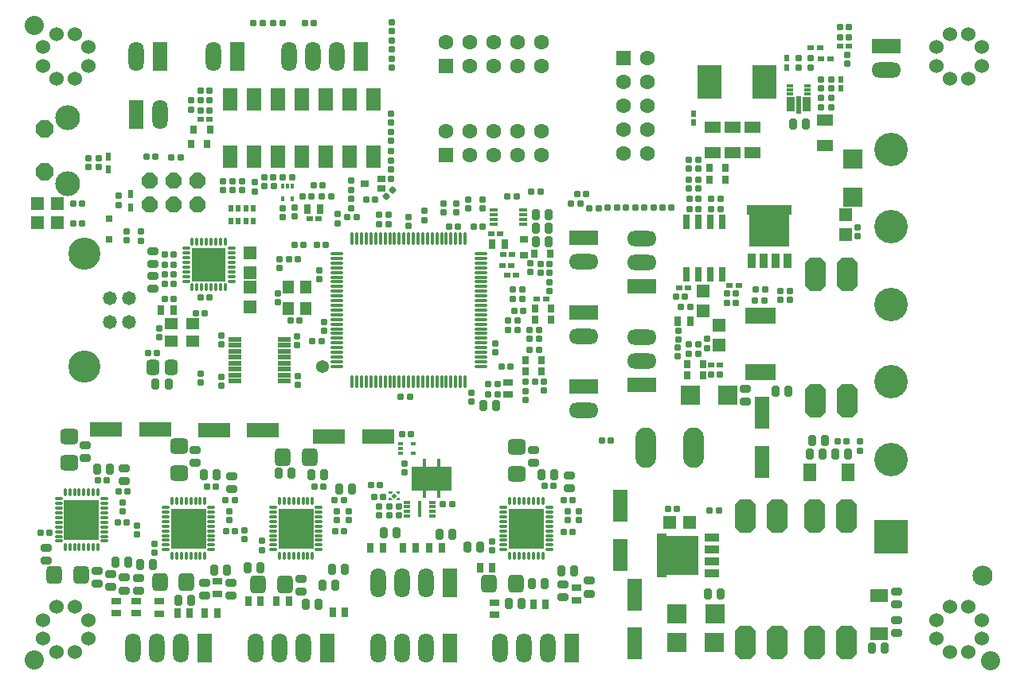
<source format=gts>
G04*
G04 #@! TF.GenerationSoftware,Altium Limited,Altium Designer,21.0.8 (223)*
G04*
G04 Layer_Color=8388736*
%FSLAX25Y25*%
%MOIN*%
G70*
G04*
G04 #@! TF.SameCoordinates,56364332-CB73-463B-918C-44576425AB2C*
G04*
G04*
G04 #@! TF.FilePolarity,Negative*
G04*
G01*
G75*
%ADD19C,0.03000*%
%ADD102C,0.06306*%
%ADD103R,0.04600X0.01300*%
%ADD104R,0.05300X0.01700*%
%ADD105R,0.16800X0.10400*%
%ADD106R,0.07093X0.04731*%
%ADD107R,0.02565X0.02368*%
%ADD108R,0.02368X0.02565*%
%ADD109R,0.09900X0.13900*%
G04:AMPARAMS|DCode=110|XSize=26mil|YSize=28mil|CornerRadius=6.4mil|HoleSize=0mil|Usage=FLASHONLY|Rotation=90.000|XOffset=0mil|YOffset=0mil|HoleType=Round|Shape=RoundedRectangle|*
%AMROUNDEDRECTD110*
21,1,0.02600,0.01520,0,0,90.0*
21,1,0.01320,0.02800,0,0,90.0*
1,1,0.01280,0.00760,0.00660*
1,1,0.01280,0.00760,-0.00660*
1,1,0.01280,-0.00760,-0.00660*
1,1,0.01280,-0.00760,0.00660*
%
%ADD110ROUNDEDRECTD110*%
%ADD111R,0.01968X0.07205*%
%ADD112R,0.03543X0.06181*%
%ADD113R,0.02756X0.01457*%
G04:AMPARAMS|DCode=114|XSize=33.13mil|YSize=43.37mil|CornerRadius=7.83mil|HoleSize=0mil|Usage=FLASHONLY|Rotation=0.000|XOffset=0mil|YOffset=0mil|HoleType=Round|Shape=RoundedRectangle|*
%AMROUNDEDRECTD114*
21,1,0.03313,0.02772,0,0,0.0*
21,1,0.01748,0.04337,0,0,0.0*
1,1,0.01565,0.00874,-0.01386*
1,1,0.01565,-0.00874,-0.01386*
1,1,0.01565,-0.00874,0.01386*
1,1,0.01565,0.00874,0.01386*
%
%ADD114ROUNDEDRECTD114*%
%ADD115R,0.03038X0.03865*%
G04:AMPARAMS|DCode=116|XSize=26mil|YSize=28mil|CornerRadius=6.4mil|HoleSize=0mil|Usage=FLASHONLY|Rotation=180.000|XOffset=0mil|YOffset=0mil|HoleType=Round|Shape=RoundedRectangle|*
%AMROUNDEDRECTD116*
21,1,0.02600,0.01520,0,0,180.0*
21,1,0.01320,0.02800,0,0,180.0*
1,1,0.01280,-0.00660,0.00760*
1,1,0.01280,0.00660,0.00760*
1,1,0.01280,0.00660,-0.00760*
1,1,0.01280,-0.00660,-0.00760*
%
%ADD116ROUNDEDRECTD116*%
%ADD117R,0.03200X0.06000*%
%ADD118R,0.06000X0.03200*%
G04:AMPARAMS|DCode=119|XSize=26mil|YSize=28mil|CornerRadius=6.4mil|HoleSize=0mil|Usage=FLASHONLY|Rotation=225.000|XOffset=0mil|YOffset=0mil|HoleType=Round|Shape=RoundedRectangle|*
%AMROUNDEDRECTD119*
21,1,0.02600,0.01520,0,0,225.0*
21,1,0.01320,0.02800,0,0,225.0*
1,1,0.01280,-0.01004,0.00071*
1,1,0.01280,-0.00071,0.01004*
1,1,0.01280,0.01004,-0.00071*
1,1,0.01280,0.00071,-0.01004*
%
%ADD119ROUNDEDRECTD119*%
%ADD120R,0.06306X0.09573*%
%ADD121R,0.03550X0.01565*%
%ADD122R,0.05833X0.07487*%
%ADD123R,0.02400X0.03200*%
%ADD124R,0.05400X0.01900*%
%ADD125R,0.08300X0.08300*%
G04:AMPARAMS|DCode=126|XSize=80mil|YSize=80mil|CornerRadius=40mil|HoleSize=0mil|Usage=FLASHONLY|Rotation=0.000|XOffset=0mil|YOffset=0mil|HoleType=Round|Shape=RoundedRectangle|*
%AMROUNDEDRECTD126*
21,1,0.08000,0.00000,0,0,0.0*
21,1,0.00000,0.08000,0,0,0.0*
1,1,0.08000,0.00000,0.00000*
1,1,0.08000,0.00000,0.00000*
1,1,0.08000,0.00000,0.00000*
1,1,0.08000,0.00000,0.00000*
%
%ADD126ROUNDEDRECTD126*%
%ADD127R,0.13000X0.06700*%
G04:AMPARAMS|DCode=128|XSize=56mil|YSize=64mil|CornerRadius=15mil|HoleSize=0mil|Usage=FLASHONLY|Rotation=180.000|XOffset=0mil|YOffset=0mil|HoleType=Round|Shape=RoundedRectangle|*
%AMROUNDEDRECTD128*
21,1,0.05600,0.03400,0,0,180.0*
21,1,0.02600,0.06400,0,0,180.0*
1,1,0.03000,-0.01300,0.01700*
1,1,0.03000,0.01300,0.01700*
1,1,0.03000,0.01300,-0.01700*
1,1,0.03000,-0.01300,-0.01700*
%
%ADD128ROUNDEDRECTD128*%
%ADD129R,0.05600X0.04600*%
%ADD130R,0.02400X0.03000*%
G04:AMPARAMS|DCode=131|XSize=33.13mil|YSize=43.37mil|CornerRadius=7.83mil|HoleSize=0mil|Usage=FLASHONLY|Rotation=90.000|XOffset=0mil|YOffset=0mil|HoleType=Round|Shape=RoundedRectangle|*
%AMROUNDEDRECTD131*
21,1,0.03313,0.02772,0,0,90.0*
21,1,0.01748,0.04337,0,0,90.0*
1,1,0.01565,0.01386,0.00874*
1,1,0.01565,0.01386,-0.00874*
1,1,0.01565,-0.01386,-0.00874*
1,1,0.01565,-0.01386,0.00874*
%
%ADD131ROUNDEDRECTD131*%
%ADD132O,0.01384X0.05518*%
%ADD133O,0.05518X0.01384*%
%ADD134R,0.02800X0.02800*%
%ADD135C,0.06000*%
G04:AMPARAMS|DCode=136|XSize=67mil|YSize=75mil|CornerRadius=17.75mil|HoleSize=0mil|Usage=FLASHONLY|Rotation=90.000|XOffset=0mil|YOffset=0mil|HoleType=Round|Shape=RoundedRectangle|*
%AMROUNDEDRECTD136*
21,1,0.06700,0.03950,0,0,90.0*
21,1,0.03150,0.07500,0,0,90.0*
1,1,0.03550,0.01975,0.01575*
1,1,0.03550,0.01975,-0.01575*
1,1,0.03550,-0.01975,-0.01575*
1,1,0.03550,-0.01975,0.01575*
%
%ADD136ROUNDEDRECTD136*%
%ADD137R,0.13786X0.05912*%
%ADD138R,0.02800X0.06400*%
%ADD139R,0.05200X0.05200*%
G04:AMPARAMS|DCode=140|XSize=54mil|YSize=54mil|CornerRadius=27mil|HoleSize=0mil|Usage=FLASHONLY|Rotation=270.000|XOffset=0mil|YOffset=0mil|HoleType=Round|Shape=RoundedRectangle|*
%AMROUNDEDRECTD140*
21,1,0.05400,0.00000,0,0,270.0*
21,1,0.00000,0.05400,0,0,270.0*
1,1,0.05400,0.00000,0.00000*
1,1,0.05400,0.00000,0.00000*
1,1,0.05400,0.00000,0.00000*
1,1,0.05400,0.00000,0.00000*
%
%ADD140ROUNDEDRECTD140*%
%ADD141R,0.14573X0.16542*%
%ADD142O,0.01384X0.03747*%
%ADD143O,0.03747X0.01384*%
G04:AMPARAMS|DCode=144|XSize=14.96mil|YSize=35.43mil|CornerRadius=6.38mil|HoleSize=0mil|Usage=FLASHONLY|Rotation=180.000|XOffset=0mil|YOffset=0mil|HoleType=Round|Shape=RoundedRectangle|*
%AMROUNDEDRECTD144*
21,1,0.01496,0.02268,0,0,180.0*
21,1,0.00221,0.03543,0,0,180.0*
1,1,0.01276,-0.00110,0.01134*
1,1,0.01276,0.00110,0.01134*
1,1,0.01276,0.00110,-0.01134*
1,1,0.01276,-0.00110,-0.01134*
%
%ADD144ROUNDEDRECTD144*%
G04:AMPARAMS|DCode=145|XSize=14.96mil|YSize=35.43mil|CornerRadius=6.38mil|HoleSize=0mil|Usage=FLASHONLY|Rotation=270.000|XOffset=0mil|YOffset=0mil|HoleType=Round|Shape=RoundedRectangle|*
%AMROUNDEDRECTD145*
21,1,0.01496,0.02268,0,0,270.0*
21,1,0.00221,0.03543,0,0,270.0*
1,1,0.01276,-0.01134,-0.00110*
1,1,0.01276,-0.01134,0.00110*
1,1,0.01276,0.01134,0.00110*
1,1,0.01276,0.01134,-0.00110*
%
%ADD145ROUNDEDRECTD145*%
%ADD146R,0.14100X0.14100*%
%ADD147R,0.02762X0.03550*%
%ADD148R,0.03550X0.02565*%
%ADD149R,0.02565X0.01384*%
%ADD150R,0.01187X0.06699*%
%ADD151R,0.02172X0.01581*%
%ADD152R,0.08471X0.08471*%
%ADD153O,0.01502X0.03550*%
%ADD154O,0.03550X0.01502*%
%ADD155P,0.02132X4X180.0*%
%ADD156R,0.01581X0.02172*%
%ADD157R,0.03865X0.03038*%
%ADD158R,0.05912X0.13786*%
G04:AMPARAMS|DCode=159|XSize=67mil|YSize=75mil|CornerRadius=17.75mil|HoleSize=0mil|Usage=FLASHONLY|Rotation=180.000|XOffset=0mil|YOffset=0mil|HoleType=Round|Shape=RoundedRectangle|*
%AMROUNDEDRECTD159*
21,1,0.06700,0.03950,0,0,180.0*
21,1,0.03150,0.07500,0,0,180.0*
1,1,0.03550,-0.01575,0.01975*
1,1,0.03550,0.01575,0.01975*
1,1,0.03550,0.01575,-0.01975*
1,1,0.03550,-0.01575,-0.01975*
%
%ADD159ROUNDEDRECTD159*%
%ADD160R,0.05200X0.05200*%
%ADD161R,0.03550X0.02762*%
%ADD162R,0.08300X0.08300*%
%ADD163R,0.04600X0.05600*%
%ADD164R,0.07487X0.05833*%
%ADD165R,0.06306X0.06306*%
%ADD166C,0.06306*%
%ADD167O,0.08650X0.16900*%
%ADD168R,0.06306X0.06306*%
G04:AMPARAMS|DCode=169|XSize=137mil|YSize=87mil|CornerRadius=0mil|HoleSize=0mil|Usage=FLASHONLY|Rotation=270.000|XOffset=0mil|YOffset=0mil|HoleType=Round|Shape=Octagon|*
%AMOCTAGOND169*
4,1,8,-0.02175,-0.06850,0.02175,-0.06850,0.04350,-0.04675,0.04350,0.04675,0.02175,0.06850,-0.02175,0.06850,-0.04350,0.04675,-0.04350,-0.04675,-0.02175,-0.06850,0.0*
%
%ADD169OCTAGOND169*%

%ADD170P,0.07144X8X22.5*%
%ADD171C,0.05800*%
%ADD172C,0.13450*%
%ADD173P,0.08010X8X292.5*%
%ADD174C,0.10400*%
%ADD175R,0.12400X0.06400*%
%ADD176O,0.12400X0.06400*%
%ADD177R,0.06400X0.12400*%
%ADD178O,0.06400X0.12400*%
%ADD179O,0.13998X0.14000*%
%ADD180R,0.13998X0.14000*%
%ADD181C,0.08400*%
G36*
X323523Y193438D02*
X322539D01*
Y180052D01*
X306003D01*
Y193438D01*
X305019D01*
Y197473D01*
X323523D01*
Y193438D01*
D02*
G37*
G36*
X159724Y76476D02*
X158701D01*
X158110Y77067D01*
Y77500D01*
X159724D01*
Y76476D01*
D02*
G37*
G36*
X156457Y77067D02*
X155866Y76476D01*
X154842D01*
Y77500D01*
X156457D01*
Y77067D01*
D02*
G37*
G36*
X159724Y73878D02*
X158110D01*
Y74311D01*
X158701Y74902D01*
X159724D01*
Y73878D01*
D02*
G37*
G36*
X156457Y74311D02*
Y73878D01*
X154842D01*
Y74902D01*
X155866D01*
X156457Y74311D01*
D02*
G37*
G36*
X271156Y59013D02*
X284542D01*
Y42478D01*
X271156D01*
Y41494D01*
X267121D01*
Y59998D01*
X271156D01*
Y59013D01*
D02*
G37*
G54D19*
X318271Y182853D02*
D03*
Y186853D02*
D03*
Y190853D02*
D03*
Y194853D02*
D03*
X310271D02*
D03*
Y190853D02*
D03*
Y186853D02*
D03*
Y182853D02*
D03*
X314271D02*
D03*
Y186853D02*
D03*
Y194853D02*
D03*
Y190853D02*
D03*
X281740Y54746D02*
D03*
X277741D02*
D03*
X273741D02*
D03*
X269741D02*
D03*
Y46746D02*
D03*
X273741D02*
D03*
X277741D02*
D03*
X281740D02*
D03*
Y50746D02*
D03*
X277741D02*
D03*
X269741D02*
D03*
X273741D02*
D03*
X208227Y68480D02*
D03*
X216888Y55487D02*
D03*
X212558D02*
D03*
X208227D02*
D03*
X216888Y59818D02*
D03*
X212558D02*
D03*
X208227D02*
D03*
X216888Y64149D02*
D03*
X212558D02*
D03*
X208227D02*
D03*
X216888Y68480D02*
D03*
X212558D02*
D03*
X79658Y172578D02*
D03*
Y176318D02*
D03*
X75889Y176354D02*
D03*
X75937Y172578D02*
D03*
X75917Y168739D02*
D03*
X79658Y168838D02*
D03*
X83398D02*
D03*
Y172578D02*
D03*
Y176318D02*
D03*
X26420Y72079D02*
D03*
X30750D02*
D03*
X22089Y67749D02*
D03*
X26420D02*
D03*
X30750D02*
D03*
X22089Y63418D02*
D03*
X26420D02*
D03*
X30750D02*
D03*
X22089Y59087D02*
D03*
X26420D02*
D03*
X30750D02*
D03*
X22089Y72079D02*
D03*
X71157Y68480D02*
D03*
X75488D02*
D03*
X66827Y64149D02*
D03*
X71157D02*
D03*
X75488D02*
D03*
X66827Y59818D02*
D03*
X71157D02*
D03*
X75488D02*
D03*
X66827Y55487D02*
D03*
X71157D02*
D03*
X75488D02*
D03*
X66827Y68480D02*
D03*
X116157D02*
D03*
X120488D02*
D03*
X111827Y64149D02*
D03*
X116157D02*
D03*
X120488D02*
D03*
X111827Y59818D02*
D03*
X116157D02*
D03*
X120488D02*
D03*
X111827Y55487D02*
D03*
X116157D02*
D03*
X120488D02*
D03*
X111827Y68480D02*
D03*
G54D102*
X263326Y259149D02*
D03*
Y249149D02*
D03*
Y239149D02*
D03*
Y229149D02*
D03*
Y219149D02*
D03*
G54D103*
X111070Y141332D02*
D03*
X111070Y138832D02*
D03*
X111070Y136332D02*
D03*
X111070Y133832D02*
D03*
X111070Y131332D02*
D03*
X111070Y128832D02*
D03*
Y126332D02*
D03*
X111070Y123832D02*
D03*
X90670D02*
D03*
X90670Y126332D02*
D03*
Y128832D02*
D03*
X90670Y131332D02*
D03*
X90670Y133832D02*
D03*
Y136332D02*
D03*
X90670Y138832D02*
D03*
X90670Y141332D02*
D03*
G54D104*
X111120Y141332D02*
D03*
X111120Y138832D02*
D03*
X111120Y136332D02*
D03*
X111120Y133832D02*
D03*
X111120Y131332D02*
D03*
X111120Y128832D02*
D03*
X111120Y126332D02*
D03*
X111120Y123832D02*
D03*
X90620Y123832D02*
D03*
X90620Y126332D02*
D03*
Y128832D02*
D03*
X90620Y131332D02*
D03*
X90620Y133832D02*
D03*
Y136332D02*
D03*
X90620Y138832D02*
D03*
Y141332D02*
D03*
G54D105*
X172933Y82967D02*
D03*
G54D106*
X337565Y233190D02*
D03*
Y222560D02*
D03*
X290665Y230090D02*
D03*
Y219460D02*
D03*
X298865Y230090D02*
D03*
Y219460D02*
D03*
X307265Y230090D02*
D03*
Y219460D02*
D03*
G54D107*
X339789Y258736D02*
D03*
X336019D02*
D03*
X335492Y263402D02*
D03*
X331722D02*
D03*
X197832Y185681D02*
D03*
X201572D02*
D03*
X202661Y172129D02*
D03*
X206432D02*
D03*
X202888Y176794D02*
D03*
X206658D02*
D03*
X293727Y130678D02*
D03*
X289957D02*
D03*
X220846Y158071D02*
D03*
X217076D02*
D03*
X204512Y168192D02*
D03*
X208282D02*
D03*
X80053Y233403D02*
D03*
X76313D02*
D03*
X121987Y192032D02*
D03*
X125728D02*
D03*
X297713Y163903D02*
D03*
X301483D02*
D03*
X280353Y162803D02*
D03*
X276613D02*
D03*
X347697Y264213D02*
D03*
X343957D02*
D03*
G54D108*
X282576Y236035D02*
D03*
Y232265D02*
D03*
X321465Y255329D02*
D03*
Y259099D02*
D03*
X344165Y250345D02*
D03*
Y246575D02*
D03*
G54D109*
X289365Y249224D02*
D03*
X312365D02*
D03*
G54D110*
X340165Y246575D02*
D03*
Y250365D02*
D03*
X331622Y259082D02*
D03*
Y255292D02*
D03*
X335965Y250365D02*
D03*
Y246575D02*
D03*
X326665Y259082D02*
D03*
Y255292D02*
D03*
X335965Y238675D02*
D03*
Y242465D02*
D03*
X340165Y238675D02*
D03*
Y242465D02*
D03*
X194118Y199964D02*
D03*
Y196175D02*
D03*
X93683Y207573D02*
D03*
Y203833D02*
D03*
X89583Y207573D02*
D03*
Y203833D02*
D03*
X159153Y67421D02*
D03*
Y71161D02*
D03*
X155118Y67421D02*
D03*
Y71161D02*
D03*
X151083Y67421D02*
D03*
Y71161D02*
D03*
X115650Y192776D02*
D03*
Y196516D02*
D03*
X276181Y141280D02*
D03*
Y145020D02*
D03*
X43758Y72848D02*
D03*
Y69108D02*
D03*
X84925Y142818D02*
D03*
Y139078D02*
D03*
X116717Y142660D02*
D03*
Y138920D02*
D03*
X116815Y122143D02*
D03*
Y125883D02*
D03*
X85024Y121854D02*
D03*
Y125594D02*
D03*
X101957Y53008D02*
D03*
Y56748D02*
D03*
X45110Y182708D02*
D03*
Y186448D02*
D03*
X108458Y160648D02*
D03*
Y156908D02*
D03*
X56858Y51908D02*
D03*
Y55648D02*
D03*
X169961Y191319D02*
D03*
Y195059D02*
D03*
X88358Y69148D02*
D03*
Y65408D02*
D03*
X133358Y69248D02*
D03*
Y65508D02*
D03*
X156265Y262846D02*
D03*
Y266586D02*
D03*
X284510Y216683D02*
D03*
Y212943D02*
D03*
X198357Y52808D02*
D03*
Y56548D02*
D03*
X229857Y69248D02*
D03*
Y65508D02*
D03*
X189606Y118780D02*
D03*
Y115040D02*
D03*
X58957Y142208D02*
D03*
Y145948D02*
D03*
X109291Y171201D02*
D03*
Y174941D02*
D03*
X126060Y170139D02*
D03*
Y166399D02*
D03*
X199657Y135735D02*
D03*
Y139475D02*
D03*
X29357Y217248D02*
D03*
Y213508D02*
D03*
X352383Y98403D02*
D03*
Y94613D02*
D03*
X99083Y207103D02*
D03*
Y203313D02*
D03*
X85583Y207603D02*
D03*
Y203813D02*
D03*
X51110Y182679D02*
D03*
Y186469D02*
D03*
X72183Y237703D02*
D03*
Y241493D02*
D03*
X347087Y260561D02*
D03*
Y256772D02*
D03*
X163268Y192569D02*
D03*
Y188779D02*
D03*
X76183Y123203D02*
D03*
Y126993D02*
D03*
X351383Y188303D02*
D03*
Y184513D02*
D03*
X41955Y201389D02*
D03*
Y197599D02*
D03*
X33457Y213478D02*
D03*
Y217268D02*
D03*
X280510Y212913D02*
D03*
Y216702D02*
D03*
X150787Y189635D02*
D03*
Y193425D02*
D03*
X280461Y204462D02*
D03*
Y208252D02*
D03*
X284561D02*
D03*
Y204462D02*
D03*
X110728Y196191D02*
D03*
Y192402D02*
D03*
X234658Y69278D02*
D03*
Y65488D02*
D03*
X49558Y63178D02*
D03*
Y59388D02*
D03*
X138157Y69278D02*
D03*
Y65488D02*
D03*
X94458Y61178D02*
D03*
Y57388D02*
D03*
X177957Y198178D02*
D03*
Y194388D02*
D03*
X183403Y198278D02*
D03*
Y194488D02*
D03*
X188119Y199932D02*
D03*
Y196142D02*
D03*
X154823Y189635D02*
D03*
Y193425D02*
D03*
X318983Y157803D02*
D03*
Y161593D02*
D03*
X323083Y157803D02*
D03*
Y161593D02*
D03*
X288357Y137678D02*
D03*
Y141468D02*
D03*
X156024Y216328D02*
D03*
Y220118D02*
D03*
Y235916D02*
D03*
Y232126D02*
D03*
X156102Y228239D02*
D03*
Y224449D02*
D03*
X139409Y200128D02*
D03*
Y196339D02*
D03*
Y207805D02*
D03*
Y204016D02*
D03*
X133543Y193790D02*
D03*
Y190000D02*
D03*
X156260Y258869D02*
D03*
Y255079D02*
D03*
X156181Y270580D02*
D03*
Y274370D02*
D03*
X218057Y145178D02*
D03*
Y141388D02*
D03*
X213958Y145178D02*
D03*
Y141388D02*
D03*
X212357Y115778D02*
D03*
Y119568D02*
D03*
X214357Y169378D02*
D03*
Y173168D02*
D03*
X275925Y134163D02*
D03*
Y137953D02*
D03*
X222220Y161525D02*
D03*
Y165315D02*
D03*
X219921Y123632D02*
D03*
Y119843D02*
D03*
X127855Y144714D02*
D03*
Y148504D02*
D03*
X156004Y208631D02*
D03*
Y212421D02*
D03*
X161713Y85403D02*
D03*
Y89193D02*
D03*
G54D111*
X326565Y239474D02*
D03*
G54D112*
X323218Y239927D02*
D03*
X329911D02*
D03*
G54D113*
X330305Y244061D02*
D03*
Y245832D02*
D03*
Y247604D02*
D03*
X322825D02*
D03*
Y245832D02*
D03*
Y244061D02*
D03*
G54D114*
X329642Y231475D02*
D03*
X324288D02*
D03*
X221895Y182278D02*
D03*
X216541D02*
D03*
X222008Y193504D02*
D03*
X216653D02*
D03*
X221895Y187828D02*
D03*
X216541D02*
D03*
X57430Y122678D02*
D03*
X62785D02*
D03*
X288580Y34378D02*
D03*
X293935D02*
D03*
X214880Y38878D02*
D03*
X220235D02*
D03*
X193335Y54278D02*
D03*
X187980D02*
D03*
X210635Y30678D02*
D03*
X205280D02*
D03*
X224235Y84478D02*
D03*
X218880D02*
D03*
X227280Y44078D02*
D03*
X232635D02*
D03*
X96080Y45478D02*
D03*
X101435D02*
D03*
X127180Y38178D02*
D03*
X132535D02*
D03*
X108780Y85078D02*
D03*
X114135D02*
D03*
X158287Y60138D02*
D03*
X152933D02*
D03*
X181635Y59678D02*
D03*
X176280D02*
D03*
X134180Y78678D02*
D03*
X139535D02*
D03*
X122580Y84378D02*
D03*
X127935D02*
D03*
X136635Y44778D02*
D03*
X131280D02*
D03*
X77680Y84378D02*
D03*
X83035D02*
D03*
X87435Y44678D02*
D03*
X82080D02*
D03*
X72435Y31978D02*
D03*
X67080D02*
D03*
X56360Y46903D02*
D03*
X51006D02*
D03*
X120280Y30178D02*
D03*
X125635D02*
D03*
X332131Y98928D02*
D03*
X337485D02*
D03*
X331380Y93178D02*
D03*
X336735D02*
D03*
X342080D02*
D03*
X347435D02*
D03*
X322435Y119678D02*
D03*
X317080D02*
D03*
X33080Y86878D02*
D03*
X38435D02*
D03*
X46035Y47878D02*
D03*
X40680D02*
D03*
X199823Y113386D02*
D03*
X194468D02*
D03*
X362735Y11778D02*
D03*
X357380D02*
D03*
G54D115*
X203445Y181220D02*
D03*
X198209D02*
D03*
X64976Y153478D02*
D03*
X59739D02*
D03*
X275925Y148819D02*
D03*
X281161D02*
D03*
X215439Y30278D02*
D03*
X220676D02*
D03*
X171939Y53778D02*
D03*
X177176D02*
D03*
X161039D02*
D03*
X166276D02*
D03*
X147339D02*
D03*
X152576D02*
D03*
X126276Y196032D02*
D03*
X121039D02*
D03*
X113201Y31403D02*
D03*
X107965D02*
D03*
X198376Y45578D02*
D03*
X193139D02*
D03*
X66465Y26603D02*
D03*
X71701D02*
D03*
X78065Y26503D02*
D03*
X83301D02*
D03*
X96165Y31403D02*
D03*
X101401D02*
D03*
X131465Y27003D02*
D03*
X136701D02*
D03*
G54D116*
X208508Y201279D02*
D03*
X204718D02*
D03*
X214724Y203189D02*
D03*
X218514D02*
D03*
X103013Y209303D02*
D03*
X106753D02*
D03*
X177756Y72342D02*
D03*
X181496D02*
D03*
X160630Y101378D02*
D03*
X164370D02*
D03*
X149016Y75197D02*
D03*
X152756D02*
D03*
X98364Y273828D02*
D03*
X102104D02*
D03*
X53588Y217928D02*
D03*
X57328D02*
D03*
X45428Y64578D02*
D03*
X41688D02*
D03*
X9206Y60302D02*
D03*
X12946D02*
D03*
X36928Y82278D02*
D03*
X33187D02*
D03*
X41987Y77378D02*
D03*
X45728D02*
D03*
X312106Y157677D02*
D03*
X308366D02*
D03*
X232028Y60578D02*
D03*
X228288D02*
D03*
X65027Y158078D02*
D03*
X61287D02*
D03*
X223927Y79778D02*
D03*
X220187D02*
D03*
X136427Y60978D02*
D03*
X132687D02*
D03*
X90527Y60778D02*
D03*
X86787D02*
D03*
X117620Y149098D02*
D03*
X113880D02*
D03*
X127628Y79678D02*
D03*
X123888D02*
D03*
X82528D02*
D03*
X78787D02*
D03*
X258169Y196378D02*
D03*
X254429D02*
D03*
X228187Y73878D02*
D03*
X231927D02*
D03*
X132387D02*
D03*
X136127D02*
D03*
X86725Y73778D02*
D03*
X90465D02*
D03*
X244187Y98778D02*
D03*
X247927D02*
D03*
X65027Y176878D02*
D03*
X61287D02*
D03*
X65027Y164478D02*
D03*
X61287D02*
D03*
X79893Y158757D02*
D03*
X76153D02*
D03*
X74287Y152278D02*
D03*
X78027D02*
D03*
X54287Y135578D02*
D03*
X58027D02*
D03*
X160039Y117126D02*
D03*
X163779D02*
D03*
X207087Y162078D02*
D03*
X210827D02*
D03*
X117058Y174865D02*
D03*
X113268D02*
D03*
X151408Y80118D02*
D03*
X147618D02*
D03*
X106783Y205403D02*
D03*
X102993D02*
D03*
X26683Y198078D02*
D03*
X22893D02*
D03*
X67883Y217503D02*
D03*
X64093D02*
D03*
X347758Y267923D02*
D03*
X343968D02*
D03*
X76283Y245503D02*
D03*
X80072D02*
D03*
X76283Y241403D02*
D03*
X80072D02*
D03*
X80083Y237203D02*
D03*
X76293D02*
D03*
X293158Y69678D02*
D03*
X289368D02*
D03*
X271858Y70278D02*
D03*
X275647D02*
D03*
X26658Y189978D02*
D03*
X22868D02*
D03*
X65057Y172578D02*
D03*
X61268D02*
D03*
X65057Y168478D02*
D03*
X61268D02*
D03*
X180285Y188484D02*
D03*
X184075D02*
D03*
X114483Y209303D02*
D03*
X110693D02*
D03*
X127294Y206004D02*
D03*
X123504D02*
D03*
X118957Y201178D02*
D03*
X122747D02*
D03*
X130837Y201339D02*
D03*
X127047D02*
D03*
X343927Y272047D02*
D03*
X347717D02*
D03*
X300257Y156478D02*
D03*
X296468D02*
D03*
X312457Y162278D02*
D03*
X308668D02*
D03*
X300257Y160378D02*
D03*
X296468D02*
D03*
X284583Y196003D02*
D03*
X280793D02*
D03*
X293883D02*
D03*
X290093D02*
D03*
X280783Y200303D02*
D03*
X284573D02*
D03*
X290083D02*
D03*
X293872D02*
D03*
X281183Y154903D02*
D03*
X277393D02*
D03*
X289957Y126378D02*
D03*
X293747D02*
D03*
X280757Y135178D02*
D03*
X284547D02*
D03*
X284558Y139178D02*
D03*
X280768D02*
D03*
X110522Y273819D02*
D03*
X106732D02*
D03*
X123593D02*
D03*
X119803D02*
D03*
X128647Y180878D02*
D03*
X124857D02*
D03*
X119247D02*
D03*
X115457D02*
D03*
X137765Y192520D02*
D03*
X141555D02*
D03*
X235128Y198110D02*
D03*
X231339D02*
D03*
X217858Y136878D02*
D03*
X214068D02*
D03*
X218558Y172945D02*
D03*
X222347D02*
D03*
X200531Y118199D02*
D03*
X196741D02*
D03*
X208857Y145328D02*
D03*
X205068D02*
D03*
X190574Y188508D02*
D03*
X194364D02*
D03*
X206058Y129728D02*
D03*
X202268D02*
D03*
X208857Y149228D02*
D03*
X205068D02*
D03*
X216158Y123578D02*
D03*
X212368D02*
D03*
X207057Y158278D02*
D03*
X210847D02*
D03*
X218558Y169060D02*
D03*
X222347D02*
D03*
X196757Y122378D02*
D03*
X200547D02*
D03*
X211357Y153278D02*
D03*
X207568D02*
D03*
X275265Y159038D02*
D03*
X279055D02*
D03*
X269557Y196378D02*
D03*
X273346D02*
D03*
X262010D02*
D03*
X265800D02*
D03*
X246683D02*
D03*
X250472D02*
D03*
X237609Y202284D02*
D03*
X233819D02*
D03*
X242834Y196299D02*
D03*
X239044D02*
D03*
X126821Y140630D02*
D03*
X123031D02*
D03*
X149242Y199902D02*
D03*
X145453D02*
D03*
X342783Y98503D02*
D03*
X346572D02*
D03*
G54D117*
X306771Y174314D02*
D03*
X311771D02*
D03*
X316771D02*
D03*
X321771D02*
D03*
G54D118*
X290280Y43246D02*
D03*
Y48246D02*
D03*
Y53246D02*
D03*
Y58246D02*
D03*
G54D119*
X154070Y201117D02*
D03*
X156750Y203797D02*
D03*
G54D120*
X88583Y217854D02*
D03*
Y241752D02*
D03*
X98583Y217854D02*
D03*
Y241752D02*
D03*
X108583Y217854D02*
D03*
Y241752D02*
D03*
X118583Y217854D02*
D03*
Y241752D02*
D03*
X128583Y217854D02*
D03*
Y241752D02*
D03*
X138583Y217854D02*
D03*
Y241752D02*
D03*
X148583Y217854D02*
D03*
Y241752D02*
D03*
G54D121*
X198804Y195484D02*
D03*
Y193516D02*
D03*
Y191547D02*
D03*
Y189579D02*
D03*
X211403Y195484D02*
D03*
Y193516D02*
D03*
Y191547D02*
D03*
Y189579D02*
D03*
G54D122*
X331147Y85378D02*
D03*
X347368D02*
D03*
G54D123*
X37657Y212422D02*
D03*
Y217934D02*
D03*
X46975Y202147D02*
D03*
Y196635D02*
D03*
G54D124*
X111170Y141332D02*
D03*
Y138832D02*
D03*
X90634Y123782D02*
D03*
X111170Y126282D02*
D03*
X90634D02*
D03*
Y131282D02*
D03*
X111170Y123782D02*
D03*
X90634Y128782D02*
D03*
X111170D02*
D03*
X111170Y131282D02*
D03*
X111170Y136332D02*
D03*
X90634Y133832D02*
D03*
Y136332D02*
D03*
Y141332D02*
D03*
X111170Y133832D02*
D03*
X90634Y138832D02*
D03*
G54D125*
X296932Y117878D02*
D03*
X281157D02*
D03*
X275729Y26346D02*
D03*
X291503D02*
D03*
X291413Y14361D02*
D03*
X275639D02*
D03*
G54D126*
X6480Y6795D02*
D03*
X406776Y6401D02*
D03*
X6480Y272838D02*
D03*
G54D127*
X310591Y127386D02*
D03*
Y151097D02*
D03*
G54D128*
X56358Y129578D02*
D03*
X63898D02*
D03*
G54D129*
X63930Y140436D02*
D03*
X73058D02*
D03*
Y147778D02*
D03*
X63930D02*
D03*
G54D130*
X98409Y190807D02*
D03*
X95260D02*
D03*
X92085D02*
D03*
X88885D02*
D03*
Y196165D02*
D03*
X92085D02*
D03*
X95260D02*
D03*
X98409D02*
D03*
G54D131*
X56157Y167755D02*
D03*
Y162401D02*
D03*
X44357Y87255D02*
D03*
Y81901D02*
D03*
X215558Y94955D02*
D03*
Y89601D02*
D03*
X227857Y38678D02*
D03*
Y33324D02*
D03*
X239057Y40055D02*
D03*
Y34701D02*
D03*
X230658Y84255D02*
D03*
Y78901D02*
D03*
X118283Y35526D02*
D03*
Y40880D02*
D03*
X77983Y33926D02*
D03*
Y39280D02*
D03*
X73958Y94855D02*
D03*
Y89501D02*
D03*
X88783Y33926D02*
D03*
Y39280D02*
D03*
X89258Y83855D02*
D03*
Y78501D02*
D03*
X304358Y120655D02*
D03*
Y115301D02*
D03*
X32958Y44155D02*
D03*
Y38801D02*
D03*
X11499Y48505D02*
D03*
Y53860D02*
D03*
X38658Y37401D02*
D03*
Y42755D02*
D03*
X27957Y96755D02*
D03*
Y91401D02*
D03*
X44408Y36024D02*
D03*
Y41378D02*
D03*
X50208Y41355D02*
D03*
Y36001D02*
D03*
X56158Y172900D02*
D03*
Y178255D02*
D03*
X367758Y35455D02*
D03*
Y30101D02*
D03*
Y23655D02*
D03*
Y18301D02*
D03*
G54D132*
X186958Y183696D02*
D03*
X184990D02*
D03*
X183021D02*
D03*
X181053D02*
D03*
X179084D02*
D03*
X177116D02*
D03*
X175147D02*
D03*
X173179D02*
D03*
X171210D02*
D03*
X169242D02*
D03*
X167273D02*
D03*
X165305D02*
D03*
X163336D02*
D03*
X161368D02*
D03*
X159399D02*
D03*
X157431D02*
D03*
X155462D02*
D03*
X153494D02*
D03*
X151525D02*
D03*
X149557D02*
D03*
X147588D02*
D03*
X145620D02*
D03*
X143651D02*
D03*
X141683D02*
D03*
X139714D02*
D03*
Y123460D02*
D03*
X141683D02*
D03*
X143651D02*
D03*
X145620D02*
D03*
X147588D02*
D03*
X149557D02*
D03*
X151525D02*
D03*
X153494D02*
D03*
X155462D02*
D03*
X157431D02*
D03*
X159399D02*
D03*
X161368D02*
D03*
X163336D02*
D03*
X165305D02*
D03*
X167273D02*
D03*
X169242D02*
D03*
X171210D02*
D03*
X173179D02*
D03*
X175147D02*
D03*
X177116D02*
D03*
X179084D02*
D03*
X181053D02*
D03*
X183021D02*
D03*
X184990D02*
D03*
X186958D02*
D03*
G54D133*
X133218Y177200D02*
D03*
Y175232D02*
D03*
Y173263D02*
D03*
Y171294D02*
D03*
Y169326D02*
D03*
Y167358D02*
D03*
Y165389D02*
D03*
Y163420D02*
D03*
Y161452D02*
D03*
Y159484D02*
D03*
Y157515D02*
D03*
Y155546D02*
D03*
Y153578D02*
D03*
Y151609D02*
D03*
Y149641D02*
D03*
Y147672D02*
D03*
Y145704D02*
D03*
Y143735D02*
D03*
Y141767D02*
D03*
Y139798D02*
D03*
Y137830D02*
D03*
Y135861D02*
D03*
Y133893D02*
D03*
Y131924D02*
D03*
Y129956D02*
D03*
X193454D02*
D03*
Y131924D02*
D03*
Y133893D02*
D03*
Y135861D02*
D03*
Y137830D02*
D03*
Y139798D02*
D03*
Y141767D02*
D03*
Y143735D02*
D03*
Y145704D02*
D03*
Y147672D02*
D03*
Y149641D02*
D03*
Y151609D02*
D03*
Y153578D02*
D03*
Y155546D02*
D03*
Y157515D02*
D03*
Y159484D02*
D03*
Y161452D02*
D03*
Y163420D02*
D03*
Y165389D02*
D03*
Y167358D02*
D03*
Y169326D02*
D03*
Y171294D02*
D03*
Y173263D02*
D03*
Y175232D02*
D03*
Y177200D02*
D03*
G54D134*
X38075Y183103D02*
D03*
Y191834D02*
D03*
G54D135*
X397721Y10239D02*
D03*
X389846D02*
D03*
X384335Y15751D02*
D03*
Y23625D02*
D03*
X389846Y29137D02*
D03*
X397721D02*
D03*
X403232Y23625D02*
D03*
Y15751D02*
D03*
Y255909D02*
D03*
Y263783D02*
D03*
X397721Y269295D02*
D03*
X389846D02*
D03*
X384335Y263783D02*
D03*
Y255909D02*
D03*
X389846Y250397D02*
D03*
X397721D02*
D03*
X29217Y255909D02*
D03*
Y263783D02*
D03*
X23705Y269295D02*
D03*
X15831D02*
D03*
X10319Y263783D02*
D03*
Y255909D02*
D03*
X15831Y250397D02*
D03*
X23705D02*
D03*
X29217Y15751D02*
D03*
Y23625D02*
D03*
X23705Y29137D02*
D03*
X15831D02*
D03*
X10319Y23625D02*
D03*
Y15751D02*
D03*
X15831Y10239D02*
D03*
X23705D02*
D03*
G54D136*
X21158Y100578D02*
D03*
Y89380D02*
D03*
X208683Y96203D02*
D03*
Y85005D02*
D03*
X67158Y85180D02*
D03*
Y96378D02*
D03*
G54D137*
X57194Y103678D02*
D03*
X36721D02*
D03*
X130085Y100478D02*
D03*
X150557D02*
D03*
X81883Y103303D02*
D03*
X102355D02*
D03*
G54D138*
X289458Y190420D02*
D03*
Y168693D02*
D03*
X294458Y190420D02*
D03*
X284458D02*
D03*
X279458D02*
D03*
X294458Y168693D02*
D03*
X284458D02*
D03*
X279458D02*
D03*
G54D139*
X293357Y147078D02*
D03*
Y138744D02*
D03*
X96933Y177661D02*
D03*
Y169327D02*
D03*
X96835Y154826D02*
D03*
Y163160D02*
D03*
X286483Y153269D02*
D03*
Y161603D02*
D03*
X346383Y185069D02*
D03*
Y193403D02*
D03*
G54D140*
X127323Y129842D02*
D03*
G54D141*
X212558Y61984D02*
D03*
X26420Y65583D02*
D03*
X71157Y61984D02*
D03*
X116157D02*
D03*
G54D142*
X205668Y73499D02*
D03*
X207636D02*
D03*
X209605D02*
D03*
X211573D02*
D03*
X213542D02*
D03*
X215510D02*
D03*
X217479D02*
D03*
X219447D02*
D03*
Y50468D02*
D03*
X217479D02*
D03*
X215510D02*
D03*
X213542D02*
D03*
X211573D02*
D03*
X209605D02*
D03*
X207636D02*
D03*
X205668D02*
D03*
X19530Y54068D02*
D03*
X21498D02*
D03*
X23467D02*
D03*
X25435D02*
D03*
X27404D02*
D03*
X29372D02*
D03*
X31341D02*
D03*
X33310D02*
D03*
Y77099D02*
D03*
X31341D02*
D03*
X29372D02*
D03*
X27404D02*
D03*
X25435D02*
D03*
X23467D02*
D03*
X21498D02*
D03*
X19530D02*
D03*
X64268Y50468D02*
D03*
X66236D02*
D03*
X68205D02*
D03*
X70173D02*
D03*
X72142D02*
D03*
X74110D02*
D03*
X76079D02*
D03*
X78047D02*
D03*
Y73499D02*
D03*
X76079D02*
D03*
X74110D02*
D03*
X72142D02*
D03*
X70173D02*
D03*
X68205D02*
D03*
X66236D02*
D03*
X64268D02*
D03*
X109268Y50468D02*
D03*
X111236D02*
D03*
X113205D02*
D03*
X115173D02*
D03*
X117142D02*
D03*
X119110D02*
D03*
X121079D02*
D03*
X123047D02*
D03*
Y73499D02*
D03*
X121079D02*
D03*
X119110D02*
D03*
X117142D02*
D03*
X115173D02*
D03*
X113205D02*
D03*
X111236D02*
D03*
X109268D02*
D03*
G54D143*
X222125Y70842D02*
D03*
Y68873D02*
D03*
Y66905D02*
D03*
Y64936D02*
D03*
Y62968D02*
D03*
Y60999D02*
D03*
Y59031D02*
D03*
Y57062D02*
D03*
Y55094D02*
D03*
Y53125D02*
D03*
X202990D02*
D03*
Y55094D02*
D03*
Y57062D02*
D03*
Y59031D02*
D03*
Y60999D02*
D03*
Y62968D02*
D03*
Y64936D02*
D03*
Y66905D02*
D03*
Y68873D02*
D03*
Y70842D02*
D03*
X16852Y74442D02*
D03*
Y72473D02*
D03*
Y70505D02*
D03*
Y68536D02*
D03*
Y66568D02*
D03*
Y64599D02*
D03*
Y62631D02*
D03*
Y60662D02*
D03*
Y58694D02*
D03*
Y56725D02*
D03*
X35987D02*
D03*
Y58694D02*
D03*
Y60662D02*
D03*
Y62631D02*
D03*
Y64599D02*
D03*
Y66568D02*
D03*
Y68536D02*
D03*
Y70505D02*
D03*
Y72473D02*
D03*
Y74442D02*
D03*
X61590Y70842D02*
D03*
Y68873D02*
D03*
Y66905D02*
D03*
Y64936D02*
D03*
Y62968D02*
D03*
Y60999D02*
D03*
Y59031D02*
D03*
Y57062D02*
D03*
Y55094D02*
D03*
Y53125D02*
D03*
X80725D02*
D03*
Y55094D02*
D03*
Y57062D02*
D03*
Y59031D02*
D03*
Y60999D02*
D03*
Y62968D02*
D03*
Y64936D02*
D03*
Y66905D02*
D03*
Y68873D02*
D03*
Y70842D02*
D03*
X106590D02*
D03*
Y68873D02*
D03*
Y66905D02*
D03*
Y64936D02*
D03*
Y62968D02*
D03*
Y60999D02*
D03*
Y59031D02*
D03*
Y57062D02*
D03*
Y55094D02*
D03*
Y53125D02*
D03*
X125725D02*
D03*
Y55094D02*
D03*
Y57062D02*
D03*
Y59031D02*
D03*
Y60999D02*
D03*
Y62968D02*
D03*
Y64936D02*
D03*
Y66905D02*
D03*
Y68873D02*
D03*
Y70842D02*
D03*
G54D144*
X72768Y163129D02*
D03*
X74736D02*
D03*
X76705D02*
D03*
X78673D02*
D03*
X80642D02*
D03*
X82610D02*
D03*
X84579D02*
D03*
X86547D02*
D03*
Y182078D02*
D03*
X84579D02*
D03*
X82610D02*
D03*
X80642D02*
D03*
X78673D02*
D03*
X76705D02*
D03*
X74736D02*
D03*
X72768D02*
D03*
G54D145*
X89106Y165688D02*
D03*
Y167657D02*
D03*
Y169625D02*
D03*
Y171594D02*
D03*
Y173562D02*
D03*
Y175531D02*
D03*
Y177499D02*
D03*
Y179468D02*
D03*
X70157D02*
D03*
Y177499D02*
D03*
Y175531D02*
D03*
Y173562D02*
D03*
Y171594D02*
D03*
Y169625D02*
D03*
Y167657D02*
D03*
Y165688D02*
D03*
G54D146*
X79658Y172578D02*
D03*
G54D147*
X80129Y229203D02*
D03*
X73436D02*
D03*
X222904Y154178D02*
D03*
X216211D02*
D03*
X216011Y177127D02*
D03*
X222704D02*
D03*
X222904Y149578D02*
D03*
X216211D02*
D03*
X212265Y127978D02*
D03*
X218957D02*
D03*
X212211Y132578D02*
D03*
X218904D02*
D03*
X289189Y208187D02*
D03*
X295882D02*
D03*
X280011Y126178D02*
D03*
X286704D02*
D03*
X280011Y130778D02*
D03*
X286704D02*
D03*
X289189Y213087D02*
D03*
X295882D02*
D03*
X72236Y223303D02*
D03*
X78929D02*
D03*
G54D148*
X144783Y206594D02*
D03*
X151870Y208563D02*
D03*
Y204626D02*
D03*
G54D149*
X162716Y73032D02*
D03*
Y71063D02*
D03*
Y69095D02*
D03*
Y67126D02*
D03*
X173110Y73032D02*
D03*
Y71063D02*
D03*
Y69095D02*
D03*
Y67126D02*
D03*
G54D150*
X167913Y70079D02*
D03*
G54D151*
X159843Y97455D02*
D03*
Y95472D02*
D03*
Y93490D02*
D03*
X165157Y93504D02*
D03*
Y97441D02*
D03*
G54D152*
X172933Y83071D02*
D03*
G54D153*
X175886Y76651D02*
D03*
X169980D02*
D03*
Y89491D02*
D03*
X175886D02*
D03*
G54D154*
X166513Y79134D02*
D03*
Y81102D02*
D03*
Y83071D02*
D03*
Y85039D02*
D03*
Y87008D02*
D03*
X179353D02*
D03*
Y85039D02*
D03*
Y83071D02*
D03*
Y81102D02*
D03*
Y79134D02*
D03*
G54D155*
X157283Y75689D02*
D03*
G54D156*
X114567Y200197D02*
D03*
X110630D02*
D03*
X110616Y205512D02*
D03*
X112598D02*
D03*
X114581D02*
D03*
G54D157*
X233457Y37096D02*
D03*
Y31860D02*
D03*
X199357Y30996D02*
D03*
Y25760D02*
D03*
X49383Y31621D02*
D03*
Y26385D02*
D03*
X204958Y118060D02*
D03*
Y123296D02*
D03*
X41083Y31621D02*
D03*
Y26385D02*
D03*
X58883Y31603D02*
D03*
Y26367D02*
D03*
X83383Y39921D02*
D03*
Y34685D02*
D03*
G54D158*
X257958Y34214D02*
D03*
Y13742D02*
D03*
X252058Y71414D02*
D03*
Y50942D02*
D03*
X311157Y110414D02*
D03*
Y89942D02*
D03*
G54D159*
X196958Y38778D02*
D03*
X208156D02*
D03*
X110584Y91903D02*
D03*
X121783D02*
D03*
X70381Y39603D02*
D03*
X59183D02*
D03*
X100283Y38703D02*
D03*
X111481D02*
D03*
X15057Y42678D02*
D03*
X26256D02*
D03*
G54D160*
X16291Y198078D02*
D03*
X7958D02*
D03*
X16291Y190078D02*
D03*
X7958D02*
D03*
X272524Y64578D02*
D03*
X280857D02*
D03*
G54D161*
X211613Y176649D02*
D03*
Y183342D02*
D03*
G54D162*
X349383Y216803D02*
D03*
Y201029D02*
D03*
G54D163*
X113072Y154050D02*
D03*
Y163177D02*
D03*
X120414D02*
D03*
Y154050D02*
D03*
G54D164*
X360357Y17768D02*
D03*
Y33988D02*
D03*
G54D165*
X179058Y255978D02*
D03*
Y218478D02*
D03*
G54D166*
Y265978D02*
D03*
X189058Y255978D02*
D03*
Y265978D02*
D03*
X199057Y255978D02*
D03*
Y265978D02*
D03*
X209057Y255978D02*
D03*
Y265978D02*
D03*
X219057Y255978D02*
D03*
Y265978D02*
D03*
X253326Y219149D02*
D03*
Y229149D02*
D03*
Y239149D02*
D03*
Y249149D02*
D03*
X219057Y228478D02*
D03*
Y218478D02*
D03*
X209057Y228478D02*
D03*
Y218478D02*
D03*
X199057Y228478D02*
D03*
Y218478D02*
D03*
X189058Y228478D02*
D03*
Y218478D02*
D03*
X179058Y228478D02*
D03*
G54D167*
X262757Y95878D02*
D03*
X282757D02*
D03*
G54D168*
X253326Y259149D02*
D03*
G54D169*
X317553Y14117D02*
D03*
X304153D02*
D03*
Y67117D02*
D03*
X317553D02*
D03*
X333658Y168378D02*
D03*
X347058D02*
D03*
Y115378D02*
D03*
X333658D02*
D03*
X346557Y67078D02*
D03*
X333157D02*
D03*
Y14078D02*
D03*
X346557D02*
D03*
G54D170*
X54910Y198034D02*
D03*
Y208034D02*
D03*
X64910Y198034D02*
D03*
Y208034D02*
D03*
X74910Y198034D02*
D03*
Y208034D02*
D03*
G54D171*
X46242Y148547D02*
D03*
Y158468D02*
D03*
X38342D02*
D03*
Y148547D02*
D03*
G54D172*
X27642Y177169D02*
D03*
Y129847D02*
D03*
G54D173*
X10931Y229376D02*
D03*
Y211576D02*
D03*
G54D174*
X20731Y234276D02*
D03*
Y206676D02*
D03*
G54D175*
X260958Y122278D02*
D03*
X236697Y183743D02*
D03*
Y152641D02*
D03*
Y121539D02*
D03*
X363158Y264178D02*
D03*
X261057Y163678D02*
D03*
G54D176*
X260958Y132278D02*
D03*
Y142278D02*
D03*
X236697Y173743D02*
D03*
Y142641D02*
D03*
Y111539D02*
D03*
X363158Y254178D02*
D03*
X261057Y183678D02*
D03*
Y173678D02*
D03*
G54D177*
X91483Y259803D02*
D03*
X143278Y259846D02*
D03*
X78083Y11803D02*
D03*
X129264D02*
D03*
X180445Y39362D02*
D03*
Y11803D02*
D03*
X231665Y11842D02*
D03*
X49383Y235703D02*
D03*
X59383Y259803D02*
D03*
G54D178*
X81483D02*
D03*
X133278Y259846D02*
D03*
X123278D02*
D03*
X113278D02*
D03*
X48083Y11803D02*
D03*
X58083D02*
D03*
X68083D02*
D03*
X99264D02*
D03*
X109264D02*
D03*
X119264D02*
D03*
X150445Y39362D02*
D03*
X160445D02*
D03*
X170445D02*
D03*
X150445Y11803D02*
D03*
X160445D02*
D03*
X170445D02*
D03*
X201665Y11842D02*
D03*
X211665D02*
D03*
X221665D02*
D03*
X59383Y235703D02*
D03*
X49383Y259803D02*
D03*
G54D179*
X365357Y221028D02*
D03*
Y188528D02*
D03*
Y156028D02*
D03*
Y123528D02*
D03*
Y91028D02*
D03*
G54D180*
Y58528D02*
D03*
G54D181*
X403724Y42129D02*
D03*
M02*

</source>
